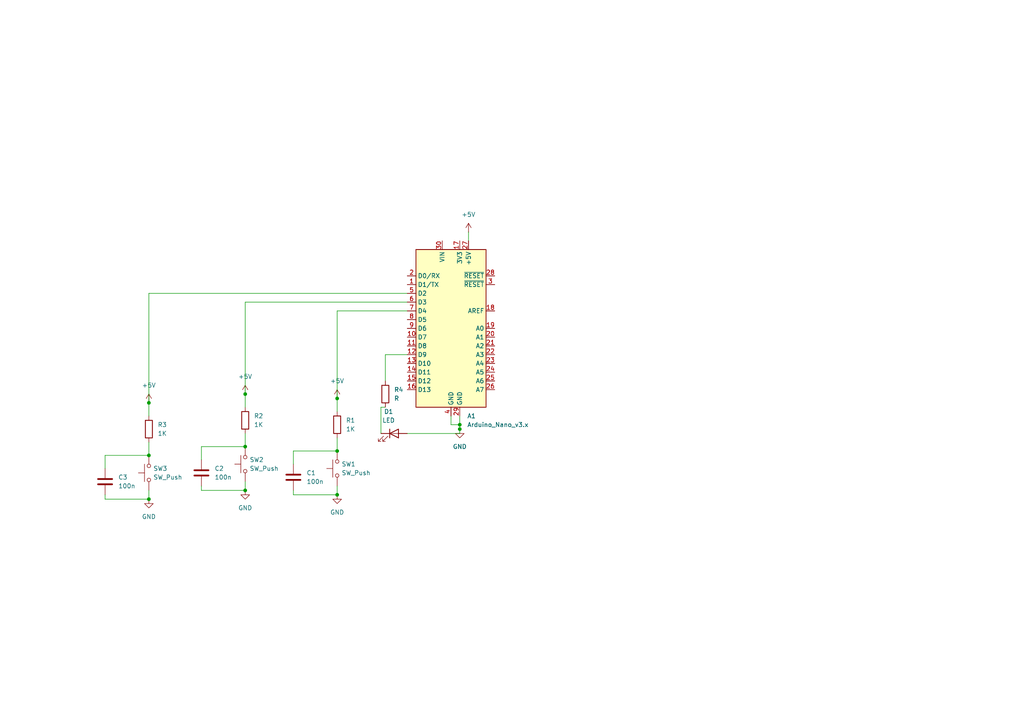
<source format=kicad_sch>
(kicad_sch
	(version 20250114)
	(generator "eeschema")
	(generator_version "9.0")
	(uuid "e6066ca4-4623-4138-af22-bb8b7f1d170e")
	(paper "A4")
	(lib_symbols
		(symbol "Device:C"
			(pin_numbers
				(hide yes)
			)
			(pin_names
				(offset 0.254)
			)
			(exclude_from_sim no)
			(in_bom yes)
			(on_board yes)
			(property "Reference" "C"
				(at 0.635 2.54 0)
				(effects
					(font
						(size 1.27 1.27)
					)
					(justify left)
				)
			)
			(property "Value" "C"
				(at 0.635 -2.54 0)
				(effects
					(font
						(size 1.27 1.27)
					)
					(justify left)
				)
			)
			(property "Footprint" ""
				(at 0.9652 -3.81 0)
				(effects
					(font
						(size 1.27 1.27)
					)
					(hide yes)
				)
			)
			(property "Datasheet" "~"
				(at 0 0 0)
				(effects
					(font
						(size 1.27 1.27)
					)
					(hide yes)
				)
			)
			(property "Description" "Unpolarized capacitor"
				(at 0 0 0)
				(effects
					(font
						(size 1.27 1.27)
					)
					(hide yes)
				)
			)
			(property "ki_keywords" "cap capacitor"
				(at 0 0 0)
				(effects
					(font
						(size 1.27 1.27)
					)
					(hide yes)
				)
			)
			(property "ki_fp_filters" "C_*"
				(at 0 0 0)
				(effects
					(font
						(size 1.27 1.27)
					)
					(hide yes)
				)
			)
			(symbol "C_0_1"
				(polyline
					(pts
						(xy -2.032 0.762) (xy 2.032 0.762)
					)
					(stroke
						(width 0.508)
						(type default)
					)
					(fill
						(type none)
					)
				)
				(polyline
					(pts
						(xy -2.032 -0.762) (xy 2.032 -0.762)
					)
					(stroke
						(width 0.508)
						(type default)
					)
					(fill
						(type none)
					)
				)
			)
			(symbol "C_1_1"
				(pin passive line
					(at 0 3.81 270)
					(length 2.794)
					(name "~"
						(effects
							(font
								(size 1.27 1.27)
							)
						)
					)
					(number "1"
						(effects
							(font
								(size 1.27 1.27)
							)
						)
					)
				)
				(pin passive line
					(at 0 -3.81 90)
					(length 2.794)
					(name "~"
						(effects
							(font
								(size 1.27 1.27)
							)
						)
					)
					(number "2"
						(effects
							(font
								(size 1.27 1.27)
							)
						)
					)
				)
			)
			(embedded_fonts no)
		)
		(symbol "Device:LED"
			(pin_numbers
				(hide yes)
			)
			(pin_names
				(offset 1.016)
				(hide yes)
			)
			(exclude_from_sim no)
			(in_bom yes)
			(on_board yes)
			(property "Reference" "D"
				(at 0 2.54 0)
				(effects
					(font
						(size 1.27 1.27)
					)
				)
			)
			(property "Value" "LED"
				(at 0 -2.54 0)
				(effects
					(font
						(size 1.27 1.27)
					)
				)
			)
			(property "Footprint" ""
				(at 0 0 0)
				(effects
					(font
						(size 1.27 1.27)
					)
					(hide yes)
				)
			)
			(property "Datasheet" "~"
				(at 0 0 0)
				(effects
					(font
						(size 1.27 1.27)
					)
					(hide yes)
				)
			)
			(property "Description" "Light emitting diode"
				(at 0 0 0)
				(effects
					(font
						(size 1.27 1.27)
					)
					(hide yes)
				)
			)
			(property "Sim.Pins" "1=K 2=A"
				(at 0 0 0)
				(effects
					(font
						(size 1.27 1.27)
					)
					(hide yes)
				)
			)
			(property "ki_keywords" "LED diode"
				(at 0 0 0)
				(effects
					(font
						(size 1.27 1.27)
					)
					(hide yes)
				)
			)
			(property "ki_fp_filters" "LED* LED_SMD:* LED_THT:*"
				(at 0 0 0)
				(effects
					(font
						(size 1.27 1.27)
					)
					(hide yes)
				)
			)
			(symbol "LED_0_1"
				(polyline
					(pts
						(xy -3.048 -0.762) (xy -4.572 -2.286) (xy -3.81 -2.286) (xy -4.572 -2.286) (xy -4.572 -1.524)
					)
					(stroke
						(width 0)
						(type default)
					)
					(fill
						(type none)
					)
				)
				(polyline
					(pts
						(xy -1.778 -0.762) (xy -3.302 -2.286) (xy -2.54 -2.286) (xy -3.302 -2.286) (xy -3.302 -1.524)
					)
					(stroke
						(width 0)
						(type default)
					)
					(fill
						(type none)
					)
				)
				(polyline
					(pts
						(xy -1.27 0) (xy 1.27 0)
					)
					(stroke
						(width 0)
						(type default)
					)
					(fill
						(type none)
					)
				)
				(polyline
					(pts
						(xy -1.27 -1.27) (xy -1.27 1.27)
					)
					(stroke
						(width 0.254)
						(type default)
					)
					(fill
						(type none)
					)
				)
				(polyline
					(pts
						(xy 1.27 -1.27) (xy 1.27 1.27) (xy -1.27 0) (xy 1.27 -1.27)
					)
					(stroke
						(width 0.254)
						(type default)
					)
					(fill
						(type none)
					)
				)
			)
			(symbol "LED_1_1"
				(pin passive line
					(at -3.81 0 0)
					(length 2.54)
					(name "K"
						(effects
							(font
								(size 1.27 1.27)
							)
						)
					)
					(number "1"
						(effects
							(font
								(size 1.27 1.27)
							)
						)
					)
				)
				(pin passive line
					(at 3.81 0 180)
					(length 2.54)
					(name "A"
						(effects
							(font
								(size 1.27 1.27)
							)
						)
					)
					(number "2"
						(effects
							(font
								(size 1.27 1.27)
							)
						)
					)
				)
			)
			(embedded_fonts no)
		)
		(symbol "Device:R"
			(pin_numbers
				(hide yes)
			)
			(pin_names
				(offset 0)
			)
			(exclude_from_sim no)
			(in_bom yes)
			(on_board yes)
			(property "Reference" "R"
				(at 2.032 0 90)
				(effects
					(font
						(size 1.27 1.27)
					)
				)
			)
			(property "Value" "R"
				(at 0 0 90)
				(effects
					(font
						(size 1.27 1.27)
					)
				)
			)
			(property "Footprint" ""
				(at -1.778 0 90)
				(effects
					(font
						(size 1.27 1.27)
					)
					(hide yes)
				)
			)
			(property "Datasheet" "~"
				(at 0 0 0)
				(effects
					(font
						(size 1.27 1.27)
					)
					(hide yes)
				)
			)
			(property "Description" "Resistor"
				(at 0 0 0)
				(effects
					(font
						(size 1.27 1.27)
					)
					(hide yes)
				)
			)
			(property "ki_keywords" "R res resistor"
				(at 0 0 0)
				(effects
					(font
						(size 1.27 1.27)
					)
					(hide yes)
				)
			)
			(property "ki_fp_filters" "R_*"
				(at 0 0 0)
				(effects
					(font
						(size 1.27 1.27)
					)
					(hide yes)
				)
			)
			(symbol "R_0_1"
				(rectangle
					(start -1.016 -2.54)
					(end 1.016 2.54)
					(stroke
						(width 0.254)
						(type default)
					)
					(fill
						(type none)
					)
				)
			)
			(symbol "R_1_1"
				(pin passive line
					(at 0 3.81 270)
					(length 1.27)
					(name "~"
						(effects
							(font
								(size 1.27 1.27)
							)
						)
					)
					(number "1"
						(effects
							(font
								(size 1.27 1.27)
							)
						)
					)
				)
				(pin passive line
					(at 0 -3.81 90)
					(length 1.27)
					(name "~"
						(effects
							(font
								(size 1.27 1.27)
							)
						)
					)
					(number "2"
						(effects
							(font
								(size 1.27 1.27)
							)
						)
					)
				)
			)
			(embedded_fonts no)
		)
		(symbol "MCU_Module:Arduino_Nano_v3.x"
			(exclude_from_sim no)
			(in_bom yes)
			(on_board yes)
			(property "Reference" "A"
				(at -10.16 23.495 0)
				(effects
					(font
						(size 1.27 1.27)
					)
					(justify left bottom)
				)
			)
			(property "Value" "Arduino_Nano_v3.x"
				(at 5.08 -24.13 0)
				(effects
					(font
						(size 1.27 1.27)
					)
					(justify left top)
				)
			)
			(property "Footprint" "Module:Arduino_Nano"
				(at 0 0 0)
				(effects
					(font
						(size 1.27 1.27)
						(italic yes)
					)
					(hide yes)
				)
			)
			(property "Datasheet" "http://www.mouser.com/pdfdocs/Gravitech_Arduino_Nano3_0.pdf"
				(at 0 0 0)
				(effects
					(font
						(size 1.27 1.27)
					)
					(hide yes)
				)
			)
			(property "Description" "Arduino Nano v3.x"
				(at 0 0 0)
				(effects
					(font
						(size 1.27 1.27)
					)
					(hide yes)
				)
			)
			(property "ki_keywords" "Arduino nano microcontroller module USB"
				(at 0 0 0)
				(effects
					(font
						(size 1.27 1.27)
					)
					(hide yes)
				)
			)
			(property "ki_fp_filters" "Arduino*Nano*"
				(at 0 0 0)
				(effects
					(font
						(size 1.27 1.27)
					)
					(hide yes)
				)
			)
			(symbol "Arduino_Nano_v3.x_0_1"
				(rectangle
					(start -10.16 22.86)
					(end 10.16 -22.86)
					(stroke
						(width 0.254)
						(type default)
					)
					(fill
						(type background)
					)
				)
			)
			(symbol "Arduino_Nano_v3.x_1_1"
				(pin bidirectional line
					(at -12.7 15.24 0)
					(length 2.54)
					(name "D0/RX"
						(effects
							(font
								(size 1.27 1.27)
							)
						)
					)
					(number "2"
						(effects
							(font
								(size 1.27 1.27)
							)
						)
					)
				)
				(pin bidirectional line
					(at -12.7 12.7 0)
					(length 2.54)
					(name "D1/TX"
						(effects
							(font
								(size 1.27 1.27)
							)
						)
					)
					(number "1"
						(effects
							(font
								(size 1.27 1.27)
							)
						)
					)
				)
				(pin bidirectional line
					(at -12.7 10.16 0)
					(length 2.54)
					(name "D2"
						(effects
							(font
								(size 1.27 1.27)
							)
						)
					)
					(number "5"
						(effects
							(font
								(size 1.27 1.27)
							)
						)
					)
				)
				(pin bidirectional line
					(at -12.7 7.62 0)
					(length 2.54)
					(name "D3"
						(effects
							(font
								(size 1.27 1.27)
							)
						)
					)
					(number "6"
						(effects
							(font
								(size 1.27 1.27)
							)
						)
					)
				)
				(pin bidirectional line
					(at -12.7 5.08 0)
					(length 2.54)
					(name "D4"
						(effects
							(font
								(size 1.27 1.27)
							)
						)
					)
					(number "7"
						(effects
							(font
								(size 1.27 1.27)
							)
						)
					)
				)
				(pin bidirectional line
					(at -12.7 2.54 0)
					(length 2.54)
					(name "D5"
						(effects
							(font
								(size 1.27 1.27)
							)
						)
					)
					(number "8"
						(effects
							(font
								(size 1.27 1.27)
							)
						)
					)
				)
				(pin bidirectional line
					(at -12.7 0 0)
					(length 2.54)
					(name "D6"
						(effects
							(font
								(size 1.27 1.27)
							)
						)
					)
					(number "9"
						(effects
							(font
								(size 1.27 1.27)
							)
						)
					)
				)
				(pin bidirectional line
					(at -12.7 -2.54 0)
					(length 2.54)
					(name "D7"
						(effects
							(font
								(size 1.27 1.27)
							)
						)
					)
					(number "10"
						(effects
							(font
								(size 1.27 1.27)
							)
						)
					)
				)
				(pin bidirectional line
					(at -12.7 -5.08 0)
					(length 2.54)
					(name "D8"
						(effects
							(font
								(size 1.27 1.27)
							)
						)
					)
					(number "11"
						(effects
							(font
								(size 1.27 1.27)
							)
						)
					)
				)
				(pin bidirectional line
					(at -12.7 -7.62 0)
					(length 2.54)
					(name "D9"
						(effects
							(font
								(size 1.27 1.27)
							)
						)
					)
					(number "12"
						(effects
							(font
								(size 1.27 1.27)
							)
						)
					)
				)
				(pin bidirectional line
					(at -12.7 -10.16 0)
					(length 2.54)
					(name "D10"
						(effects
							(font
								(size 1.27 1.27)
							)
						)
					)
					(number "13"
						(effects
							(font
								(size 1.27 1.27)
							)
						)
					)
				)
				(pin bidirectional line
					(at -12.7 -12.7 0)
					(length 2.54)
					(name "D11"
						(effects
							(font
								(size 1.27 1.27)
							)
						)
					)
					(number "14"
						(effects
							(font
								(size 1.27 1.27)
							)
						)
					)
				)
				(pin bidirectional line
					(at -12.7 -15.24 0)
					(length 2.54)
					(name "D12"
						(effects
							(font
								(size 1.27 1.27)
							)
						)
					)
					(number "15"
						(effects
							(font
								(size 1.27 1.27)
							)
						)
					)
				)
				(pin bidirectional line
					(at -12.7 -17.78 0)
					(length 2.54)
					(name "D13"
						(effects
							(font
								(size 1.27 1.27)
							)
						)
					)
					(number "16"
						(effects
							(font
								(size 1.27 1.27)
							)
						)
					)
				)
				(pin power_in line
					(at -2.54 25.4 270)
					(length 2.54)
					(name "VIN"
						(effects
							(font
								(size 1.27 1.27)
							)
						)
					)
					(number "30"
						(effects
							(font
								(size 1.27 1.27)
							)
						)
					)
				)
				(pin power_in line
					(at 0 -25.4 90)
					(length 2.54)
					(name "GND"
						(effects
							(font
								(size 1.27 1.27)
							)
						)
					)
					(number "4"
						(effects
							(font
								(size 1.27 1.27)
							)
						)
					)
				)
				(pin power_out line
					(at 2.54 25.4 270)
					(length 2.54)
					(name "3V3"
						(effects
							(font
								(size 1.27 1.27)
							)
						)
					)
					(number "17"
						(effects
							(font
								(size 1.27 1.27)
							)
						)
					)
				)
				(pin power_in line
					(at 2.54 -25.4 90)
					(length 2.54)
					(name "GND"
						(effects
							(font
								(size 1.27 1.27)
							)
						)
					)
					(number "29"
						(effects
							(font
								(size 1.27 1.27)
							)
						)
					)
				)
				(pin power_out line
					(at 5.08 25.4 270)
					(length 2.54)
					(name "+5V"
						(effects
							(font
								(size 1.27 1.27)
							)
						)
					)
					(number "27"
						(effects
							(font
								(size 1.27 1.27)
							)
						)
					)
				)
				(pin input line
					(at 12.7 15.24 180)
					(length 2.54)
					(name "~{RESET}"
						(effects
							(font
								(size 1.27 1.27)
							)
						)
					)
					(number "28"
						(effects
							(font
								(size 1.27 1.27)
							)
						)
					)
				)
				(pin input line
					(at 12.7 12.7 180)
					(length 2.54)
					(name "~{RESET}"
						(effects
							(font
								(size 1.27 1.27)
							)
						)
					)
					(number "3"
						(effects
							(font
								(size 1.27 1.27)
							)
						)
					)
				)
				(pin input line
					(at 12.7 5.08 180)
					(length 2.54)
					(name "AREF"
						(effects
							(font
								(size 1.27 1.27)
							)
						)
					)
					(number "18"
						(effects
							(font
								(size 1.27 1.27)
							)
						)
					)
				)
				(pin bidirectional line
					(at 12.7 0 180)
					(length 2.54)
					(name "A0"
						(effects
							(font
								(size 1.27 1.27)
							)
						)
					)
					(number "19"
						(effects
							(font
								(size 1.27 1.27)
							)
						)
					)
				)
				(pin bidirectional line
					(at 12.7 -2.54 180)
					(length 2.54)
					(name "A1"
						(effects
							(font
								(size 1.27 1.27)
							)
						)
					)
					(number "20"
						(effects
							(font
								(size 1.27 1.27)
							)
						)
					)
				)
				(pin bidirectional line
					(at 12.7 -5.08 180)
					(length 2.54)
					(name "A2"
						(effects
							(font
								(size 1.27 1.27)
							)
						)
					)
					(number "21"
						(effects
							(font
								(size 1.27 1.27)
							)
						)
					)
				)
				(pin bidirectional line
					(at 12.7 -7.62 180)
					(length 2.54)
					(name "A3"
						(effects
							(font
								(size 1.27 1.27)
							)
						)
					)
					(number "22"
						(effects
							(font
								(size 1.27 1.27)
							)
						)
					)
				)
				(pin bidirectional line
					(at 12.7 -10.16 180)
					(length 2.54)
					(name "A4"
						(effects
							(font
								(size 1.27 1.27)
							)
						)
					)
					(number "23"
						(effects
							(font
								(size 1.27 1.27)
							)
						)
					)
				)
				(pin bidirectional line
					(at 12.7 -12.7 180)
					(length 2.54)
					(name "A5"
						(effects
							(font
								(size 1.27 1.27)
							)
						)
					)
					(number "24"
						(effects
							(font
								(size 1.27 1.27)
							)
						)
					)
				)
				(pin bidirectional line
					(at 12.7 -15.24 180)
					(length 2.54)
					(name "A6"
						(effects
							(font
								(size 1.27 1.27)
							)
						)
					)
					(number "25"
						(effects
							(font
								(size 1.27 1.27)
							)
						)
					)
				)
				(pin bidirectional line
					(at 12.7 -17.78 180)
					(length 2.54)
					(name "A7"
						(effects
							(font
								(size 1.27 1.27)
							)
						)
					)
					(number "26"
						(effects
							(font
								(size 1.27 1.27)
							)
						)
					)
				)
			)
			(embedded_fonts no)
		)
		(symbol "Switch:SW_Push"
			(pin_numbers
				(hide yes)
			)
			(pin_names
				(offset 1.016)
				(hide yes)
			)
			(exclude_from_sim no)
			(in_bom yes)
			(on_board yes)
			(property "Reference" "SW"
				(at 1.27 2.54 0)
				(effects
					(font
						(size 1.27 1.27)
					)
					(justify left)
				)
			)
			(property "Value" "SW_Push"
				(at 0 -1.524 0)
				(effects
					(font
						(size 1.27 1.27)
					)
				)
			)
			(property "Footprint" ""
				(at 0 5.08 0)
				(effects
					(font
						(size 1.27 1.27)
					)
					(hide yes)
				)
			)
			(property "Datasheet" "~"
				(at 0 5.08 0)
				(effects
					(font
						(size 1.27 1.27)
					)
					(hide yes)
				)
			)
			(property "Description" "Push button switch, generic, two pins"
				(at 0 0 0)
				(effects
					(font
						(size 1.27 1.27)
					)
					(hide yes)
				)
			)
			(property "ki_keywords" "switch normally-open pushbutton push-button"
				(at 0 0 0)
				(effects
					(font
						(size 1.27 1.27)
					)
					(hide yes)
				)
			)
			(symbol "SW_Push_0_1"
				(circle
					(center -2.032 0)
					(radius 0.508)
					(stroke
						(width 0)
						(type default)
					)
					(fill
						(type none)
					)
				)
				(polyline
					(pts
						(xy 0 1.27) (xy 0 3.048)
					)
					(stroke
						(width 0)
						(type default)
					)
					(fill
						(type none)
					)
				)
				(circle
					(center 2.032 0)
					(radius 0.508)
					(stroke
						(width 0)
						(type default)
					)
					(fill
						(type none)
					)
				)
				(polyline
					(pts
						(xy 2.54 1.27) (xy -2.54 1.27)
					)
					(stroke
						(width 0)
						(type default)
					)
					(fill
						(type none)
					)
				)
				(pin passive line
					(at -5.08 0 0)
					(length 2.54)
					(name "1"
						(effects
							(font
								(size 1.27 1.27)
							)
						)
					)
					(number "1"
						(effects
							(font
								(size 1.27 1.27)
							)
						)
					)
				)
				(pin passive line
					(at 5.08 0 180)
					(length 2.54)
					(name "2"
						(effects
							(font
								(size 1.27 1.27)
							)
						)
					)
					(number "2"
						(effects
							(font
								(size 1.27 1.27)
							)
						)
					)
				)
			)
			(embedded_fonts no)
		)
		(symbol "power:+5V"
			(power)
			(pin_numbers
				(hide yes)
			)
			(pin_names
				(offset 0)
				(hide yes)
			)
			(exclude_from_sim no)
			(in_bom yes)
			(on_board yes)
			(property "Reference" "#PWR"
				(at 0 -3.81 0)
				(effects
					(font
						(size 1.27 1.27)
					)
					(hide yes)
				)
			)
			(property "Value" "+5V"
				(at 0 3.556 0)
				(effects
					(font
						(size 1.27 1.27)
					)
				)
			)
			(property "Footprint" ""
				(at 0 0 0)
				(effects
					(font
						(size 1.27 1.27)
					)
					(hide yes)
				)
			)
			(property "Datasheet" ""
				(at 0 0 0)
				(effects
					(font
						(size 1.27 1.27)
					)
					(hide yes)
				)
			)
			(property "Description" "Power symbol creates a global label with name \"+5V\""
				(at 0 0 0)
				(effects
					(font
						(size 1.27 1.27)
					)
					(hide yes)
				)
			)
			(property "ki_keywords" "global power"
				(at 0 0 0)
				(effects
					(font
						(size 1.27 1.27)
					)
					(hide yes)
				)
			)
			(symbol "+5V_0_1"
				(polyline
					(pts
						(xy -0.762 1.27) (xy 0 2.54)
					)
					(stroke
						(width 0)
						(type default)
					)
					(fill
						(type none)
					)
				)
				(polyline
					(pts
						(xy 0 2.54) (xy 0.762 1.27)
					)
					(stroke
						(width 0)
						(type default)
					)
					(fill
						(type none)
					)
				)
				(polyline
					(pts
						(xy 0 0) (xy 0 2.54)
					)
					(stroke
						(width 0)
						(type default)
					)
					(fill
						(type none)
					)
				)
			)
			(symbol "+5V_1_1"
				(pin power_in line
					(at 0 0 90)
					(length 0)
					(name "~"
						(effects
							(font
								(size 1.27 1.27)
							)
						)
					)
					(number "1"
						(effects
							(font
								(size 1.27 1.27)
							)
						)
					)
				)
			)
			(embedded_fonts no)
		)
		(symbol "power:GND"
			(power)
			(pin_numbers
				(hide yes)
			)
			(pin_names
				(offset 0)
				(hide yes)
			)
			(exclude_from_sim no)
			(in_bom yes)
			(on_board yes)
			(property "Reference" "#PWR"
				(at 0 -6.35 0)
				(effects
					(font
						(size 1.27 1.27)
					)
					(hide yes)
				)
			)
			(property "Value" "GND"
				(at 0 -3.81 0)
				(effects
					(font
						(size 1.27 1.27)
					)
				)
			)
			(property "Footprint" ""
				(at 0 0 0)
				(effects
					(font
						(size 1.27 1.27)
					)
					(hide yes)
				)
			)
			(property "Datasheet" ""
				(at 0 0 0)
				(effects
					(font
						(size 1.27 1.27)
					)
					(hide yes)
				)
			)
			(property "Description" "Power symbol creates a global label with name \"GND\" , ground"
				(at 0 0 0)
				(effects
					(font
						(size 1.27 1.27)
					)
					(hide yes)
				)
			)
			(property "ki_keywords" "global power"
				(at 0 0 0)
				(effects
					(font
						(size 1.27 1.27)
					)
					(hide yes)
				)
			)
			(symbol "GND_0_1"
				(polyline
					(pts
						(xy 0 0) (xy 0 -1.27) (xy 1.27 -1.27) (xy 0 -2.54) (xy -1.27 -1.27) (xy 0 -1.27)
					)
					(stroke
						(width 0)
						(type default)
					)
					(fill
						(type none)
					)
				)
			)
			(symbol "GND_1_1"
				(pin power_in line
					(at 0 0 270)
					(length 0)
					(name "~"
						(effects
							(font
								(size 1.27 1.27)
							)
						)
					)
					(number "1"
						(effects
							(font
								(size 1.27 1.27)
							)
						)
					)
				)
			)
			(embedded_fonts no)
		)
	)
	(junction
		(at 71.12 129.54)
		(diameter 0)
		(color 0 0 0 0)
		(uuid "1c7df90c-f557-4a6a-82ca-9574e1aec0e2")
	)
	(junction
		(at 133.35 124.46)
		(diameter 0)
		(color 0 0 0 0)
		(uuid "3451e8a9-f63f-44bb-9885-0307efdc12c5")
	)
	(junction
		(at 43.18 116.84)
		(diameter 0)
		(color 0 0 0 0)
		(uuid "4195ffa2-a48e-435f-b8ed-cc3fed4d8b96")
	)
	(junction
		(at 43.18 144.78)
		(diameter 0)
		(color 0 0 0 0)
		(uuid "53d7065c-95f4-4eb2-a774-a46fa92bc7c8")
	)
	(junction
		(at 71.12 142.24)
		(diameter 0)
		(color 0 0 0 0)
		(uuid "756509c2-9320-4d98-a185-00fd75699fd7")
	)
	(junction
		(at 97.79 130.81)
		(diameter 0)
		(color 0 0 0 0)
		(uuid "75bd2f53-2cb7-4477-b9be-b77e054661b3")
	)
	(junction
		(at 97.79 115.57)
		(diameter 0)
		(color 0 0 0 0)
		(uuid "8789f088-e78f-4118-881c-060fe4840c40")
	)
	(junction
		(at 43.18 132.08)
		(diameter 0)
		(color 0 0 0 0)
		(uuid "a0814ac6-d6ae-4250-ae76-94f84ffac27b")
	)
	(junction
		(at 97.79 143.51)
		(diameter 0)
		(color 0 0 0 0)
		(uuid "dfca6891-31ba-43b1-9eda-adcfef04e3b6")
	)
	(junction
		(at 133.35 123.19)
		(diameter 0)
		(color 0 0 0 0)
		(uuid "ec883aeb-929e-46d7-90a3-5b4f25c0df9e")
	)
	(junction
		(at 71.12 114.3)
		(diameter 0)
		(color 0 0 0 0)
		(uuid "f3b8b9c5-349f-408a-98c5-362bf77c99fb")
	)
	(wire
		(pts
			(xy 110.49 125.73) (xy 110.49 118.11)
		)
		(stroke
			(width 0)
			(type default)
		)
		(uuid "013a83da-bf61-4a03-9168-a7c52e2ed42b")
	)
	(wire
		(pts
			(xy 43.18 85.09) (xy 43.18 116.84)
		)
		(stroke
			(width 0)
			(type default)
		)
		(uuid "0aff1066-40db-4371-a440-94c22c6ae6e8")
	)
	(wire
		(pts
			(xy 97.79 127) (xy 97.79 130.81)
		)
		(stroke
			(width 0)
			(type default)
		)
		(uuid "106f109e-2dcb-4261-be5a-8082f19b39d6")
	)
	(wire
		(pts
			(xy 71.12 139.7) (xy 71.12 142.24)
		)
		(stroke
			(width 0)
			(type default)
		)
		(uuid "144c8663-8070-43d9-a018-d2c2b9907311")
	)
	(wire
		(pts
			(xy 85.09 130.81) (xy 97.79 130.81)
		)
		(stroke
			(width 0)
			(type default)
		)
		(uuid "20925f92-7bf8-4f33-962c-81b3e3a504de")
	)
	(wire
		(pts
			(xy 71.12 87.63) (xy 71.12 114.3)
		)
		(stroke
			(width 0)
			(type default)
		)
		(uuid "25ba2a93-e198-4937-9dbc-9cce73056b1e")
	)
	(wire
		(pts
			(xy 85.09 134.62) (xy 85.09 130.81)
		)
		(stroke
			(width 0)
			(type default)
		)
		(uuid "36bfa42a-69f4-4d7c-b8ba-c9bcc3ee918e")
	)
	(wire
		(pts
			(xy 135.89 67.31) (xy 135.89 69.85)
		)
		(stroke
			(width 0)
			(type default)
		)
		(uuid "3b074660-6b02-4cd4-81b9-855820962917")
	)
	(wire
		(pts
			(xy 71.12 87.63) (xy 118.11 87.63)
		)
		(stroke
			(width 0)
			(type default)
		)
		(uuid "3bb0c053-c2cd-40cd-b546-4625bbb79f95")
	)
	(wire
		(pts
			(xy 130.81 120.65) (xy 130.81 123.19)
		)
		(stroke
			(width 0)
			(type default)
		)
		(uuid "3c0bd61a-0661-4144-856a-459571be2a3a")
	)
	(wire
		(pts
			(xy 30.48 144.78) (xy 43.18 144.78)
		)
		(stroke
			(width 0)
			(type default)
		)
		(uuid "3f30bf95-c732-4ff3-b079-87e0e3016356")
	)
	(wire
		(pts
			(xy 58.42 140.97) (xy 58.42 142.24)
		)
		(stroke
			(width 0)
			(type default)
		)
		(uuid "48ebba74-0b3b-4dbb-8191-4c3340000c08")
	)
	(wire
		(pts
			(xy 133.35 123.19) (xy 133.35 124.46)
		)
		(stroke
			(width 0)
			(type default)
		)
		(uuid "4a5bb25a-29ee-4cc0-bfc7-40e77670e9ed")
	)
	(wire
		(pts
			(xy 30.48 143.51) (xy 30.48 144.78)
		)
		(stroke
			(width 0)
			(type default)
		)
		(uuid "4cccbb41-7032-4915-a922-60f9494c87c0")
	)
	(wire
		(pts
			(xy 71.12 114.3) (xy 71.12 118.11)
		)
		(stroke
			(width 0)
			(type default)
		)
		(uuid "536d1aef-8287-4507-bcf7-95da6bccbc3f")
	)
	(wire
		(pts
			(xy 111.76 110.49) (xy 111.76 102.87)
		)
		(stroke
			(width 0)
			(type default)
		)
		(uuid "540f7123-eb16-477c-81c3-aefd3eace813")
	)
	(wire
		(pts
			(xy 85.09 142.24) (xy 85.09 143.51)
		)
		(stroke
			(width 0)
			(type default)
		)
		(uuid "55de57ec-1c75-4cbd-90ea-9dbd7bb005d3")
	)
	(wire
		(pts
			(xy 43.18 85.09) (xy 118.11 85.09)
		)
		(stroke
			(width 0)
			(type default)
		)
		(uuid "5d4d4db2-cb90-466f-8fce-f7aa97759c20")
	)
	(wire
		(pts
			(xy 58.42 129.54) (xy 71.12 129.54)
		)
		(stroke
			(width 0)
			(type default)
		)
		(uuid "6097d2b4-66b5-4cd9-8dcb-8adc1e53401a")
	)
	(wire
		(pts
			(xy 97.79 115.57) (xy 97.79 119.38)
		)
		(stroke
			(width 0)
			(type default)
		)
		(uuid "694a8702-77c2-4bdf-afd3-b3ae2259f80e")
	)
	(wire
		(pts
			(xy 30.48 132.08) (xy 43.18 132.08)
		)
		(stroke
			(width 0)
			(type default)
		)
		(uuid "6cd39476-0ca9-4fdc-bea8-8c5db3867b0c")
	)
	(wire
		(pts
			(xy 43.18 142.24) (xy 43.18 144.78)
		)
		(stroke
			(width 0)
			(type default)
		)
		(uuid "6d672bf7-b7f7-4214-8973-897821e57395")
	)
	(wire
		(pts
			(xy 43.18 128.27) (xy 43.18 132.08)
		)
		(stroke
			(width 0)
			(type default)
		)
		(uuid "75686052-0988-41d5-8b90-8f9d30960700")
	)
	(wire
		(pts
			(xy 118.11 125.73) (xy 133.35 125.73)
		)
		(stroke
			(width 0)
			(type default)
		)
		(uuid "7e8ed476-a3b9-418c-a5bb-ff991bfbe094")
	)
	(wire
		(pts
			(xy 85.09 143.51) (xy 97.79 143.51)
		)
		(stroke
			(width 0)
			(type default)
		)
		(uuid "89ae545b-dde7-4399-abac-a570e49e8a8e")
	)
	(wire
		(pts
			(xy 58.42 142.24) (xy 71.12 142.24)
		)
		(stroke
			(width 0)
			(type default)
		)
		(uuid "9cc589d7-4a5c-42eb-9e68-bfb04600d307")
	)
	(wire
		(pts
			(xy 58.42 133.35) (xy 58.42 129.54)
		)
		(stroke
			(width 0)
			(type default)
		)
		(uuid "a34804b3-369f-4faf-9eaa-5705ed2464ac")
	)
	(wire
		(pts
			(xy 111.76 102.87) (xy 118.11 102.87)
		)
		(stroke
			(width 0)
			(type default)
		)
		(uuid "a52be89d-78a2-4643-9503-013b0582d02d")
	)
	(wire
		(pts
			(xy 71.12 125.73) (xy 71.12 129.54)
		)
		(stroke
			(width 0)
			(type default)
		)
		(uuid "c0c56707-f8b1-42d8-9bbc-6b6160cddc52")
	)
	(wire
		(pts
			(xy 110.49 118.11) (xy 111.76 118.11)
		)
		(stroke
			(width 0)
			(type default)
		)
		(uuid "c32ccc85-83e4-4bfd-b25f-98c554e7cdd4")
	)
	(wire
		(pts
			(xy 97.79 90.17) (xy 118.11 90.17)
		)
		(stroke
			(width 0)
			(type default)
		)
		(uuid "d9019d5c-be91-463b-b211-6b7bc9e34601")
	)
	(wire
		(pts
			(xy 130.81 123.19) (xy 133.35 123.19)
		)
		(stroke
			(width 0)
			(type default)
		)
		(uuid "dffc6e25-a0de-4b1a-8a1b-e09861d2f102")
	)
	(wire
		(pts
			(xy 133.35 120.65) (xy 133.35 123.19)
		)
		(stroke
			(width 0)
			(type default)
		)
		(uuid "e4fc91df-edd1-4c6f-99d8-c79c696a0418")
	)
	(wire
		(pts
			(xy 97.79 90.17) (xy 97.79 115.57)
		)
		(stroke
			(width 0)
			(type default)
		)
		(uuid "e5d69ef2-69c1-4b7b-a5fa-edb926d8ef5e")
	)
	(wire
		(pts
			(xy 133.35 124.46) (xy 133.35 125.73)
		)
		(stroke
			(width 0)
			(type default)
		)
		(uuid "eb24164a-4507-4642-b7b5-d9cb53ae608d")
	)
	(wire
		(pts
			(xy 30.48 135.89) (xy 30.48 132.08)
		)
		(stroke
			(width 0)
			(type default)
		)
		(uuid "ee86ceab-3d19-4d34-8ffd-ea2ed2efd820")
	)
	(wire
		(pts
			(xy 97.79 140.97) (xy 97.79 143.51)
		)
		(stroke
			(width 0)
			(type default)
		)
		(uuid "f65cf46f-8028-47e7-8529-56c2a3c6e7dc")
	)
	(wire
		(pts
			(xy 43.18 116.84) (xy 43.18 120.65)
		)
		(stroke
			(width 0)
			(type default)
		)
		(uuid "fbe1a6a3-bd5f-48db-81c3-154ed7dcdb0d")
	)
	(symbol
		(lib_id "Device:C")
		(at 85.09 138.43 0)
		(unit 1)
		(exclude_from_sim no)
		(in_bom yes)
		(on_board yes)
		(dnp no)
		(fields_autoplaced yes)
		(uuid "158db1e5-bdec-4ee1-9174-35b7bfcca399")
		(property "Reference" "C1"
			(at 88.9 137.1599 0)
			(effects
				(font
					(size 1.27 1.27)
				)
				(justify left)
			)
		)
		(property "Value" "100n"
			(at 88.9 139.6999 0)
			(effects
				(font
					(size 1.27 1.27)
				)
				(justify left)
			)
		)
		(property "Footprint" ""
			(at 86.0552 142.24 0)
			(effects
				(font
					(size 1.27 1.27)
				)
				(hide yes)
			)
		)
		(property "Datasheet" "~"
			(at 85.09 138.43 0)
			(effects
				(font
					(size 1.27 1.27)
				)
				(hide yes)
			)
		)
		(property "Description" "Unpolarized capacitor"
			(at 85.09 138.43 0)
			(effects
				(font
					(size 1.27 1.27)
				)
				(hide yes)
			)
		)
		(pin "2"
			(uuid "6e7f3211-1428-4daf-885b-a7468ed12325")
		)
		(pin "1"
			(uuid "f1e4cc2c-d5db-4194-b96b-8795600cea17")
		)
		(instances
			(project ""
				(path "/e6066ca4-4623-4138-af22-bb8b7f1d170e"
					(reference "C1")
					(unit 1)
				)
			)
		)
	)
	(symbol
		(lib_id "power:GND")
		(at 71.12 142.24 0)
		(unit 1)
		(exclude_from_sim no)
		(in_bom yes)
		(on_board yes)
		(dnp no)
		(fields_autoplaced yes)
		(uuid "325f0809-c575-4770-a157-9943b6b5cc65")
		(property "Reference" "#PWR06"
			(at 71.12 148.59 0)
			(effects
				(font
					(size 1.27 1.27)
				)
				(hide yes)
			)
		)
		(property "Value" "GND"
			(at 71.12 147.32 0)
			(effects
				(font
					(size 1.27 1.27)
				)
			)
		)
		(property "Footprint" ""
			(at 71.12 142.24 0)
			(effects
				(font
					(size 1.27 1.27)
				)
				(hide yes)
			)
		)
		(property "Datasheet" ""
			(at 71.12 142.24 0)
			(effects
				(font
					(size 1.27 1.27)
				)
				(hide yes)
			)
		)
		(property "Description" "Power symbol creates a global label with name \"GND\" , ground"
			(at 71.12 142.24 0)
			(effects
				(font
					(size 1.27 1.27)
				)
				(hide yes)
			)
		)
		(pin "1"
			(uuid "6bee9366-5f3c-45aa-a9a1-127ec89e96a6")
		)
		(instances
			(project "kicad trial project 2"
				(path "/e6066ca4-4623-4138-af22-bb8b7f1d170e"
					(reference "#PWR06")
					(unit 1)
				)
			)
		)
	)
	(symbol
		(lib_id "Device:LED")
		(at 114.3 125.73 0)
		(unit 1)
		(exclude_from_sim no)
		(in_bom yes)
		(on_board yes)
		(dnp no)
		(fields_autoplaced yes)
		(uuid "3551e210-9ff7-46bf-af3a-41285eae4c19")
		(property "Reference" "D1"
			(at 112.7125 119.38 0)
			(effects
				(font
					(size 1.27 1.27)
				)
			)
		)
		(property "Value" "LED"
			(at 112.7125 121.92 0)
			(effects
				(font
					(size 1.27 1.27)
				)
			)
		)
		(property "Footprint" ""
			(at 114.3 125.73 0)
			(effects
				(font
					(size 1.27 1.27)
				)
				(hide yes)
			)
		)
		(property "Datasheet" "~"
			(at 114.3 125.73 0)
			(effects
				(font
					(size 1.27 1.27)
				)
				(hide yes)
			)
		)
		(property "Description" "Light emitting diode"
			(at 114.3 125.73 0)
			(effects
				(font
					(size 1.27 1.27)
				)
				(hide yes)
			)
		)
		(property "Sim.Pins" "1=K 2=A"
			(at 114.3 125.73 0)
			(effects
				(font
					(size 1.27 1.27)
				)
				(hide yes)
			)
		)
		(pin "2"
			(uuid "2d8b13a2-ded7-41fe-952b-2401d1df45a2")
		)
		(pin "1"
			(uuid "09d5a2c2-9329-4699-83aa-f707523b6b0a")
		)
		(instances
			(project ""
				(path "/e6066ca4-4623-4138-af22-bb8b7f1d170e"
					(reference "D1")
					(unit 1)
				)
			)
		)
	)
	(symbol
		(lib_id "Device:C")
		(at 58.42 137.16 0)
		(unit 1)
		(exclude_from_sim no)
		(in_bom yes)
		(on_board yes)
		(dnp no)
		(fields_autoplaced yes)
		(uuid "3ce466b4-f289-41d5-b985-ffd7820e4d76")
		(property "Reference" "C2"
			(at 62.23 135.8899 0)
			(effects
				(font
					(size 1.27 1.27)
				)
				(justify left)
			)
		)
		(property "Value" "100n"
			(at 62.23 138.4299 0)
			(effects
				(font
					(size 1.27 1.27)
				)
				(justify left)
			)
		)
		(property "Footprint" ""
			(at 59.3852 140.97 0)
			(effects
				(font
					(size 1.27 1.27)
				)
				(hide yes)
			)
		)
		(property "Datasheet" "~"
			(at 58.42 137.16 0)
			(effects
				(font
					(size 1.27 1.27)
				)
				(hide yes)
			)
		)
		(property "Description" "Unpolarized capacitor"
			(at 58.42 137.16 0)
			(effects
				(font
					(size 1.27 1.27)
				)
				(hide yes)
			)
		)
		(pin "2"
			(uuid "9fcdba0d-5b54-461a-935d-41364644da06")
		)
		(pin "1"
			(uuid "95b74941-03c0-45a0-bf34-4ffb5e424f26")
		)
		(instances
			(project "kicad trial project 2"
				(path "/e6066ca4-4623-4138-af22-bb8b7f1d170e"
					(reference "C2")
					(unit 1)
				)
			)
		)
	)
	(symbol
		(lib_id "power:GND")
		(at 43.18 144.78 0)
		(unit 1)
		(exclude_from_sim no)
		(in_bom yes)
		(on_board yes)
		(dnp no)
		(fields_autoplaced yes)
		(uuid "3ece5cd3-463c-405d-9ff9-cc20c6a8024b")
		(property "Reference" "#PWR08"
			(at 43.18 151.13 0)
			(effects
				(font
					(size 1.27 1.27)
				)
				(hide yes)
			)
		)
		(property "Value" "GND"
			(at 43.18 149.86 0)
			(effects
				(font
					(size 1.27 1.27)
				)
			)
		)
		(property "Footprint" ""
			(at 43.18 144.78 0)
			(effects
				(font
					(size 1.27 1.27)
				)
				(hide yes)
			)
		)
		(property "Datasheet" ""
			(at 43.18 144.78 0)
			(effects
				(font
					(size 1.27 1.27)
				)
				(hide yes)
			)
		)
		(property "Description" "Power symbol creates a global label with name \"GND\" , ground"
			(at 43.18 144.78 0)
			(effects
				(font
					(size 1.27 1.27)
				)
				(hide yes)
			)
		)
		(pin "1"
			(uuid "00907efe-8df8-457a-8cdb-f3dfef65c7f2")
		)
		(instances
			(project "kicad trial project 2"
				(path "/e6066ca4-4623-4138-af22-bb8b7f1d170e"
					(reference "#PWR08")
					(unit 1)
				)
			)
		)
	)
	(symbol
		(lib_id "power:+5V")
		(at 135.89 67.31 0)
		(unit 1)
		(exclude_from_sim no)
		(in_bom yes)
		(on_board yes)
		(dnp no)
		(fields_autoplaced yes)
		(uuid "3f3fb252-3552-4939-b662-6e2a0c26449d")
		(property "Reference" "#PWR01"
			(at 135.89 71.12 0)
			(effects
				(font
					(size 1.27 1.27)
				)
				(hide yes)
			)
		)
		(property "Value" "+5V"
			(at 135.89 62.23 0)
			(effects
				(font
					(size 1.27 1.27)
				)
			)
		)
		(property "Footprint" ""
			(at 135.89 67.31 0)
			(effects
				(font
					(size 1.27 1.27)
				)
				(hide yes)
			)
		)
		(property "Datasheet" ""
			(at 135.89 67.31 0)
			(effects
				(font
					(size 1.27 1.27)
				)
				(hide yes)
			)
		)
		(property "Description" "Power symbol creates a global label with name \"+5V\""
			(at 135.89 67.31 0)
			(effects
				(font
					(size 1.27 1.27)
				)
				(hide yes)
			)
		)
		(pin "1"
			(uuid "4ecead63-eee6-4051-a699-6451008993d5")
		)
		(instances
			(project ""
				(path "/e6066ca4-4623-4138-af22-bb8b7f1d170e"
					(reference "#PWR01")
					(unit 1)
				)
			)
		)
	)
	(symbol
		(lib_id "Switch:SW_Push")
		(at 43.18 137.16 90)
		(unit 1)
		(exclude_from_sim no)
		(in_bom yes)
		(on_board yes)
		(dnp no)
		(fields_autoplaced yes)
		(uuid "4a5f9036-2f34-46e0-a054-7ceb8f3620d4")
		(property "Reference" "SW3"
			(at 44.45 135.8899 90)
			(effects
				(font
					(size 1.27 1.27)
				)
				(justify right)
			)
		)
		(property "Value" "SW_Push"
			(at 44.45 138.4299 90)
			(effects
				(font
					(size 1.27 1.27)
				)
				(justify right)
			)
		)
		(property "Footprint" ""
			(at 38.1 137.16 0)
			(effects
				(font
					(size 1.27 1.27)
				)
				(hide yes)
			)
		)
		(property "Datasheet" "~"
			(at 38.1 137.16 0)
			(effects
				(font
					(size 1.27 1.27)
				)
				(hide yes)
			)
		)
		(property "Description" "Push button switch, generic, two pins"
			(at 43.18 137.16 0)
			(effects
				(font
					(size 1.27 1.27)
				)
				(hide yes)
			)
		)
		(pin "1"
			(uuid "0aa13468-a15b-4bf5-885f-705f22efeabc")
		)
		(pin "2"
			(uuid "6b7ec9af-c710-464c-8b32-98f7e9bddc3c")
		)
		(instances
			(project "kicad trial project 2"
				(path "/e6066ca4-4623-4138-af22-bb8b7f1d170e"
					(reference "SW3")
					(unit 1)
				)
			)
		)
	)
	(symbol
		(lib_id "Device:C")
		(at 30.48 139.7 0)
		(unit 1)
		(exclude_from_sim no)
		(in_bom yes)
		(on_board yes)
		(dnp no)
		(fields_autoplaced yes)
		(uuid "65be542a-5533-494e-975f-0c23c7924078")
		(property "Reference" "C3"
			(at 34.29 138.4299 0)
			(effects
				(font
					(size 1.27 1.27)
				)
				(justify left)
			)
		)
		(property "Value" "100n"
			(at 34.29 140.9699 0)
			(effects
				(font
					(size 1.27 1.27)
				)
				(justify left)
			)
		)
		(property "Footprint" ""
			(at 31.4452 143.51 0)
			(effects
				(font
					(size 1.27 1.27)
				)
				(hide yes)
			)
		)
		(property "Datasheet" "~"
			(at 30.48 139.7 0)
			(effects
				(font
					(size 1.27 1.27)
				)
				(hide yes)
			)
		)
		(property "Description" "Unpolarized capacitor"
			(at 30.48 139.7 0)
			(effects
				(font
					(size 1.27 1.27)
				)
				(hide yes)
			)
		)
		(pin "2"
			(uuid "7eba1c98-354f-464d-af0b-f314eec3aef4")
		)
		(pin "1"
			(uuid "4cd0ed72-0dcb-41ed-8970-6a8fee296259")
		)
		(instances
			(project "kicad trial project 2"
				(path "/e6066ca4-4623-4138-af22-bb8b7f1d170e"
					(reference "C3")
					(unit 1)
				)
			)
		)
	)
	(symbol
		(lib_id "power:+5V")
		(at 97.79 115.57 0)
		(unit 1)
		(exclude_from_sim no)
		(in_bom yes)
		(on_board yes)
		(dnp no)
		(fields_autoplaced yes)
		(uuid "66917a4a-9f8a-4e18-b206-e399475e66a9")
		(property "Reference" "#PWR03"
			(at 97.79 119.38 0)
			(effects
				(font
					(size 1.27 1.27)
				)
				(hide yes)
			)
		)
		(property "Value" "+5V"
			(at 97.79 110.49 0)
			(effects
				(font
					(size 1.27 1.27)
				)
			)
		)
		(property "Footprint" ""
			(at 97.79 115.57 0)
			(effects
				(font
					(size 1.27 1.27)
				)
				(hide yes)
			)
		)
		(property "Datasheet" ""
			(at 97.79 115.57 0)
			(effects
				(font
					(size 1.27 1.27)
				)
				(hide yes)
			)
		)
		(property "Description" "Power symbol creates a global label with name \"+5V\""
			(at 97.79 115.57 0)
			(effects
				(font
					(size 1.27 1.27)
				)
				(hide yes)
			)
		)
		(pin "1"
			(uuid "180a106e-1fbf-4293-92bf-808936aca728")
		)
		(instances
			(project ""
				(path "/e6066ca4-4623-4138-af22-bb8b7f1d170e"
					(reference "#PWR03")
					(unit 1)
				)
			)
		)
	)
	(symbol
		(lib_id "power:+5V")
		(at 43.18 116.84 0)
		(unit 1)
		(exclude_from_sim no)
		(in_bom yes)
		(on_board yes)
		(dnp no)
		(fields_autoplaced yes)
		(uuid "73f1b029-73ba-429e-a260-84f285b31e3d")
		(property "Reference" "#PWR07"
			(at 43.18 120.65 0)
			(effects
				(font
					(size 1.27 1.27)
				)
				(hide yes)
			)
		)
		(property "Value" "+5V"
			(at 43.18 111.76 0)
			(effects
				(font
					(size 1.27 1.27)
				)
			)
		)
		(property "Footprint" ""
			(at 43.18 116.84 0)
			(effects
				(font
					(size 1.27 1.27)
				)
				(hide yes)
			)
		)
		(property "Datasheet" ""
			(at 43.18 116.84 0)
			(effects
				(font
					(size 1.27 1.27)
				)
				(hide yes)
			)
		)
		(property "Description" "Power symbol creates a global label with name \"+5V\""
			(at 43.18 116.84 0)
			(effects
				(font
					(size 1.27 1.27)
				)
				(hide yes)
			)
		)
		(pin "1"
			(uuid "7b4953c6-9ee2-43dd-8704-b261719755f7")
		)
		(instances
			(project "kicad trial project 2"
				(path "/e6066ca4-4623-4138-af22-bb8b7f1d170e"
					(reference "#PWR07")
					(unit 1)
				)
			)
		)
	)
	(symbol
		(lib_id "power:GND")
		(at 97.79 143.51 0)
		(unit 1)
		(exclude_from_sim no)
		(in_bom yes)
		(on_board yes)
		(dnp no)
		(fields_autoplaced yes)
		(uuid "9e973806-302e-4855-ba20-76befc417468")
		(property "Reference" "#PWR04"
			(at 97.79 149.86 0)
			(effects
				(font
					(size 1.27 1.27)
				)
				(hide yes)
			)
		)
		(property "Value" "GND"
			(at 97.79 148.59 0)
			(effects
				(font
					(size 1.27 1.27)
				)
			)
		)
		(property "Footprint" ""
			(at 97.79 143.51 0)
			(effects
				(font
					(size 1.27 1.27)
				)
				(hide yes)
			)
		)
		(property "Datasheet" ""
			(at 97.79 143.51 0)
			(effects
				(font
					(size 1.27 1.27)
				)
				(hide yes)
			)
		)
		(property "Description" "Power symbol creates a global label with name \"GND\" , ground"
			(at 97.79 143.51 0)
			(effects
				(font
					(size 1.27 1.27)
				)
				(hide yes)
			)
		)
		(pin "1"
			(uuid "907f73fb-fe3d-4de4-ba07-56f0081fadf8")
		)
		(instances
			(project ""
				(path "/e6066ca4-4623-4138-af22-bb8b7f1d170e"
					(reference "#PWR04")
					(unit 1)
				)
			)
		)
	)
	(symbol
		(lib_id "MCU_Module:Arduino_Nano_v3.x")
		(at 130.81 95.25 0)
		(unit 1)
		(exclude_from_sim no)
		(in_bom yes)
		(on_board yes)
		(dnp no)
		(fields_autoplaced yes)
		(uuid "adcdf085-001b-4a86-9429-143803ddc19f")
		(property "Reference" "A1"
			(at 135.4933 120.65 0)
			(effects
				(font
					(size 1.27 1.27)
				)
				(justify left)
			)
		)
		(property "Value" "Arduino_Nano_v3.x"
			(at 135.4933 123.19 0)
			(effects
				(font
					(size 1.27 1.27)
				)
				(justify left)
			)
		)
		(property "Footprint" "Module:Arduino_Nano"
			(at 130.81 95.25 0)
			(effects
				(font
					(size 1.27 1.27)
					(italic yes)
				)
				(hide yes)
			)
		)
		(property "Datasheet" "http://www.mouser.com/pdfdocs/Gravitech_Arduino_Nano3_0.pdf"
			(at 130.81 95.25 0)
			(effects
				(font
					(size 1.27 1.27)
				)
				(hide yes)
			)
		)
		(property "Description" "Arduino Nano v3.x"
			(at 130.81 95.25 0)
			(effects
				(font
					(size 1.27 1.27)
				)
				(hide yes)
			)
		)
		(pin "29"
			(uuid "0b495e86-7eb5-401b-969c-fd61be38eaf0")
		)
		(pin "18"
			(uuid "bd5ad39e-e249-46e7-9353-496d8546840b")
		)
		(pin "25"
			(uuid "1c47b310-2a2b-47ae-ae1b-59721c058e73")
		)
		(pin "14"
			(uuid "33646c4c-4795-4aa7-b59c-f6864eb509cd")
		)
		(pin "15"
			(uuid "062ad6bd-d807-4ee9-a6ce-7481e3c2425b")
		)
		(pin "28"
			(uuid "681f6db3-37d6-48b1-866a-82725e5ffbb6")
		)
		(pin "22"
			(uuid "05ee3510-e8c8-4f37-a9a9-bb5213af21b7")
		)
		(pin "8"
			(uuid "a437dab3-a4e4-44d2-a6d8-91fb6a55cd82")
		)
		(pin "5"
			(uuid "31ff49d3-801b-4e9a-bad7-49d0e74a53da")
		)
		(pin "19"
			(uuid "04171975-fa7d-4ce2-8c7b-c3498bcf7134")
		)
		(pin "23"
			(uuid "be4a7fee-329a-4213-9b1f-32e6867fe4aa")
		)
		(pin "26"
			(uuid "5ebddffe-9a35-4224-883d-cb042b10b692")
		)
		(pin "17"
			(uuid "768364fd-c5bd-4b39-8f21-8e62063eaba7")
		)
		(pin "11"
			(uuid "4a0cdac5-77b9-4105-ac37-85ca6791f9cd")
		)
		(pin "24"
			(uuid "d9d7b212-dcc8-4eca-ac95-53eb5d160234")
		)
		(pin "27"
			(uuid "0bb9d9f8-140f-4980-a8ed-828c9ddde20e")
		)
		(pin "2"
			(uuid "ec1cbc79-aba3-4925-8d2f-a94c2ca0b88f")
		)
		(pin "4"
			(uuid "cab285ad-c979-497a-aeed-26c9d6ae694a")
		)
		(pin "13"
			(uuid "93ba3e6e-3768-4c9f-83bf-fd9bc420a1f9")
		)
		(pin "7"
			(uuid "748244aa-4a51-4d04-874f-0cd4c7e5b3be")
		)
		(pin "16"
			(uuid "6b5877d6-179a-4add-b9a0-5c095a257620")
		)
		(pin "6"
			(uuid "cc8cb950-0033-46ac-ac7a-06188c99b83b")
		)
		(pin "9"
			(uuid "51a240d0-beff-4dd6-817c-4845ec11ca9e")
		)
		(pin "20"
			(uuid "78b7b767-7c8f-402e-b17b-f571d02b407e")
		)
		(pin "21"
			(uuid "fc3a77f6-0d2c-4b0c-aaef-205e7224cb15")
		)
		(pin "10"
			(uuid "723a5718-f552-4e7a-9f9d-0d65ad89e422")
		)
		(pin "30"
			(uuid "b5296218-b76d-4466-94f9-03b060f52a5d")
		)
		(pin "1"
			(uuid "cbf1aa22-f83f-4670-aa5c-538087b46723")
		)
		(pin "12"
			(uuid "b6952ea3-b2cb-4bb3-8412-1c5ae95e5e5d")
		)
		(pin "3"
			(uuid "02733f7f-530a-406e-afb7-dc30d5b23f39")
		)
		(instances
			(project ""
				(path "/e6066ca4-4623-4138-af22-bb8b7f1d170e"
					(reference "A1")
					(unit 1)
				)
			)
		)
	)
	(symbol
		(lib_id "Device:R")
		(at 97.79 123.19 0)
		(unit 1)
		(exclude_from_sim no)
		(in_bom yes)
		(on_board yes)
		(dnp no)
		(fields_autoplaced yes)
		(uuid "b9373352-51bf-4667-ace4-a08d9a5c6c7a")
		(property "Reference" "R1"
			(at 100.33 121.9199 0)
			(effects
				(font
					(size 1.27 1.27)
				)
				(justify left)
			)
		)
		(property "Value" "1K"
			(at 100.33 124.4599 0)
			(effects
				(font
					(size 1.27 1.27)
				)
				(justify left)
			)
		)
		(property "Footprint" ""
			(at 96.012 123.19 90)
			(effects
				(font
					(size 1.27 1.27)
				)
				(hide yes)
			)
		)
		(property "Datasheet" "~"
			(at 97.79 123.19 0)
			(effects
				(font
					(size 1.27 1.27)
				)
				(hide yes)
			)
		)
		(property "Description" "Resistor"
			(at 97.79 123.19 0)
			(effects
				(font
					(size 1.27 1.27)
				)
				(hide yes)
			)
		)
		(pin "1"
			(uuid "7e62a80d-71f6-4837-a945-7027a6372f7b")
		)
		(pin "2"
			(uuid "c8178129-e970-4882-b35c-fdecd6148c4a")
		)
		(instances
			(project ""
				(path "/e6066ca4-4623-4138-af22-bb8b7f1d170e"
					(reference "R1")
					(unit 1)
				)
			)
		)
	)
	(symbol
		(lib_id "Switch:SW_Push")
		(at 71.12 134.62 90)
		(unit 1)
		(exclude_from_sim no)
		(in_bom yes)
		(on_board yes)
		(dnp no)
		(fields_autoplaced yes)
		(uuid "c7282737-b84d-4f3e-b1c8-15b743ad668b")
		(property "Reference" "SW2"
			(at 72.39 133.3499 90)
			(effects
				(font
					(size 1.27 1.27)
				)
				(justify right)
			)
		)
		(property "Value" "SW_Push"
			(at 72.39 135.8899 90)
			(effects
				(font
					(size 1.27 1.27)
				)
				(justify right)
			)
		)
		(property "Footprint" ""
			(at 66.04 134.62 0)
			(effects
				(font
					(size 1.27 1.27)
				)
				(hide yes)
			)
		)
		(property "Datasheet" "~"
			(at 66.04 134.62 0)
			(effects
				(font
					(size 1.27 1.27)
				)
				(hide yes)
			)
		)
		(property "Description" "Push button switch, generic, two pins"
			(at 71.12 134.62 0)
			(effects
				(font
					(size 1.27 1.27)
				)
				(hide yes)
			)
		)
		(pin "1"
			(uuid "eee1229f-7f78-4de5-a051-6ae91456989e")
		)
		(pin "2"
			(uuid "80da74be-1e80-455f-99d1-df4e2aeb2005")
		)
		(instances
			(project "kicad trial project 2"
				(path "/e6066ca4-4623-4138-af22-bb8b7f1d170e"
					(reference "SW2")
					(unit 1)
				)
			)
		)
	)
	(symbol
		(lib_id "Switch:SW_Push")
		(at 97.79 135.89 90)
		(unit 1)
		(exclude_from_sim no)
		(in_bom yes)
		(on_board yes)
		(dnp no)
		(fields_autoplaced yes)
		(uuid "d2f85cb8-b571-4502-b4cd-4a47733defb6")
		(property "Reference" "SW1"
			(at 99.06 134.6199 90)
			(effects
				(font
					(size 1.27 1.27)
				)
				(justify right)
			)
		)
		(property "Value" "SW_Push"
			(at 99.06 137.1599 90)
			(effects
				(font
					(size 1.27 1.27)
				)
				(justify right)
			)
		)
		(property "Footprint" ""
			(at 92.71 135.89 0)
			(effects
				(font
					(size 1.27 1.27)
				)
				(hide yes)
			)
		)
		(property "Datasheet" "~"
			(at 92.71 135.89 0)
			(effects
				(font
					(size 1.27 1.27)
				)
				(hide yes)
			)
		)
		(property "Description" "Push button switch, generic, two pins"
			(at 97.79 135.89 0)
			(effects
				(font
					(size 1.27 1.27)
				)
				(hide yes)
			)
		)
		(pin "1"
			(uuid "3df28b2d-d6cf-4805-a278-5d810b6cf9dd")
		)
		(pin "2"
			(uuid "8d3f11d2-536d-422d-8435-213ef1bd1c79")
		)
		(instances
			(project ""
				(path "/e6066ca4-4623-4138-af22-bb8b7f1d170e"
					(reference "SW1")
					(unit 1)
				)
			)
		)
	)
	(symbol
		(lib_id "Device:R")
		(at 111.76 114.3 180)
		(unit 1)
		(exclude_from_sim no)
		(in_bom yes)
		(on_board yes)
		(dnp no)
		(fields_autoplaced yes)
		(uuid "d69391c5-a764-426f-84f2-10b8c6a0bd03")
		(property "Reference" "R4"
			(at 114.3 113.0299 0)
			(effects
				(font
					(size 1.27 1.27)
				)
				(justify right)
			)
		)
		(property "Value" "R"
			(at 114.3 115.5699 0)
			(effects
				(font
					(size 1.27 1.27)
				)
				(justify right)
			)
		)
		(property "Footprint" ""
			(at 113.538 114.3 90)
			(effects
				(font
					(size 1.27 1.27)
				)
				(hide yes)
			)
		)
		(property "Datasheet" "~"
			(at 111.76 114.3 0)
			(effects
				(font
					(size 1.27 1.27)
				)
				(hide yes)
			)
		)
		(property "Description" "Resistor"
			(at 111.76 114.3 0)
			(effects
				(font
					(size 1.27 1.27)
				)
				(hide yes)
			)
		)
		(pin "1"
			(uuid "71b452e0-5237-4ecd-9182-c12ae101720e")
		)
		(pin "2"
			(uuid "0bbbdff1-8708-474e-830e-002cbe2779b2")
		)
		(instances
			(project ""
				(path "/e6066ca4-4623-4138-af22-bb8b7f1d170e"
					(reference "R4")
					(unit 1)
				)
			)
		)
	)
	(symbol
		(lib_id "power:GND")
		(at 133.35 124.46 0)
		(unit 1)
		(exclude_from_sim no)
		(in_bom yes)
		(on_board yes)
		(dnp no)
		(fields_autoplaced yes)
		(uuid "db886ab8-dd9f-410e-8650-374dfd63f1e7")
		(property "Reference" "#PWR02"
			(at 133.35 130.81 0)
			(effects
				(font
					(size 1.27 1.27)
				)
				(hide yes)
			)
		)
		(property "Value" "GND"
			(at 133.35 129.54 0)
			(effects
				(font
					(size 1.27 1.27)
				)
			)
		)
		(property "Footprint" ""
			(at 133.35 124.46 0)
			(effects
				(font
					(size 1.27 1.27)
				)
				(hide yes)
			)
		)
		(property "Datasheet" ""
			(at 133.35 124.46 0)
			(effects
				(font
					(size 1.27 1.27)
				)
				(hide yes)
			)
		)
		(property "Description" "Power symbol creates a global label with name \"GND\" , ground"
			(at 133.35 124.46 0)
			(effects
				(font
					(size 1.27 1.27)
				)
				(hide yes)
			)
		)
		(pin "1"
			(uuid "97a9eb4c-f9d0-49d5-8706-e5d1595e3032")
		)
		(instances
			(project ""
				(path "/e6066ca4-4623-4138-af22-bb8b7f1d170e"
					(reference "#PWR02")
					(unit 1)
				)
			)
		)
	)
	(symbol
		(lib_id "Device:R")
		(at 43.18 124.46 0)
		(unit 1)
		(exclude_from_sim no)
		(in_bom yes)
		(on_board yes)
		(dnp no)
		(fields_autoplaced yes)
		(uuid "f76027eb-d3a6-46f2-844f-37c39c5fe3e6")
		(property "Reference" "R3"
			(at 45.72 123.1899 0)
			(effects
				(font
					(size 1.27 1.27)
				)
				(justify left)
			)
		)
		(property "Value" "1K"
			(at 45.72 125.7299 0)
			(effects
				(font
					(size 1.27 1.27)
				)
				(justify left)
			)
		)
		(property "Footprint" ""
			(at 41.402 124.46 90)
			(effects
				(font
					(size 1.27 1.27)
				)
				(hide yes)
			)
		)
		(property "Datasheet" "~"
			(at 43.18 124.46 0)
			(effects
				(font
					(size 1.27 1.27)
				)
				(hide yes)
			)
		)
		(property "Description" "Resistor"
			(at 43.18 124.46 0)
			(effects
				(font
					(size 1.27 1.27)
				)
				(hide yes)
			)
		)
		(pin "1"
			(uuid "a7fbdc1f-b5ad-420e-92e8-cb211aa60b97")
		)
		(pin "2"
			(uuid "c05cfa2d-726f-4fc4-bed3-aacac35c3faa")
		)
		(instances
			(project "kicad trial project 2"
				(path "/e6066ca4-4623-4138-af22-bb8b7f1d170e"
					(reference "R3")
					(unit 1)
				)
			)
		)
	)
	(symbol
		(lib_id "power:+5V")
		(at 71.12 114.3 0)
		(unit 1)
		(exclude_from_sim no)
		(in_bom yes)
		(on_board yes)
		(dnp no)
		(fields_autoplaced yes)
		(uuid "f8081689-5937-447d-add9-b08faa88fe98")
		(property "Reference" "#PWR05"
			(at 71.12 118.11 0)
			(effects
				(font
					(size 1.27 1.27)
				)
				(hide yes)
			)
		)
		(property "Value" "+5V"
			(at 71.12 109.22 0)
			(effects
				(font
					(size 1.27 1.27)
				)
			)
		)
		(property "Footprint" ""
			(at 71.12 114.3 0)
			(effects
				(font
					(size 1.27 1.27)
				)
				(hide yes)
			)
		)
		(property "Datasheet" ""
			(at 71.12 114.3 0)
			(effects
				(font
					(size 1.27 1.27)
				)
				(hide yes)
			)
		)
		(property "Description" "Power symbol creates a global label with name \"+5V\""
			(at 71.12 114.3 0)
			(effects
				(font
					(size 1.27 1.27)
				)
				(hide yes)
			)
		)
		(pin "1"
			(uuid "5c6329b5-5b19-46f8-8116-5f42de09657b")
		)
		(instances
			(project "kicad trial project 2"
				(path "/e6066ca4-4623-4138-af22-bb8b7f1d170e"
					(reference "#PWR05")
					(unit 1)
				)
			)
		)
	)
	(symbol
		(lib_id "Device:R")
		(at 71.12 121.92 0)
		(unit 1)
		(exclude_from_sim no)
		(in_bom yes)
		(on_board yes)
		(dnp no)
		(fields_autoplaced yes)
		(uuid "fb44bb69-18b9-47b2-be44-4c399d66923f")
		(property "Reference" "R2"
			(at 73.66 120.6499 0)
			(effects
				(font
					(size 1.27 1.27)
				)
				(justify left)
			)
		)
		(property "Value" "1K"
			(at 73.66 123.1899 0)
			(effects
				(font
					(size 1.27 1.27)
				)
				(justify left)
			)
		)
		(property "Footprint" ""
			(at 69.342 121.92 90)
			(effects
				(font
					(size 1.27 1.27)
				)
				(hide yes)
			)
		)
		(property "Datasheet" "~"
			(at 71.12 121.92 0)
			(effects
				(font
					(size 1.27 1.27)
				)
				(hide yes)
			)
		)
		(property "Description" "Resistor"
			(at 71.12 121.92 0)
			(effects
				(font
					(size 1.27 1.27)
				)
				(hide yes)
			)
		)
		(pin "1"
			(uuid "b1dc62ee-2356-4cd6-9712-30e22cc80793")
		)
		(pin "2"
			(uuid "ec2f0fcd-adc7-4b96-b5ed-e407590f31d3")
		)
		(instances
			(project "kicad trial project 2"
				(path "/e6066ca4-4623-4138-af22-bb8b7f1d170e"
					(reference "R2")
					(unit 1)
				)
			)
		)
	)
	(sheet_instances
		(path "/"
			(page "1")
		)
	)
	(embedded_fonts no)
)

</source>
